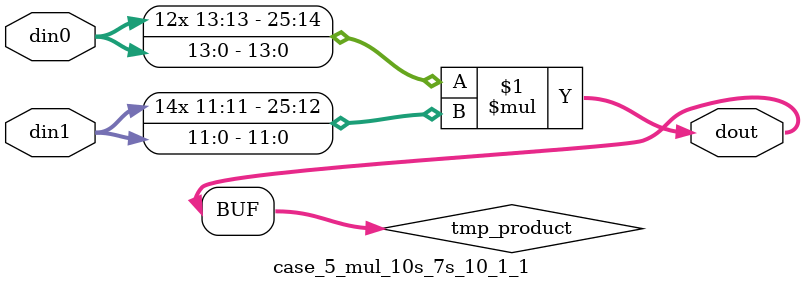
<source format=v>

`timescale 1 ns / 1 ps

 module case_5_mul_10s_7s_10_1_1(din0, din1, dout);
parameter ID = 1;
parameter NUM_STAGE = 0;
parameter din0_WIDTH = 14;
parameter din1_WIDTH = 12;
parameter dout_WIDTH = 26;

input [din0_WIDTH - 1 : 0] din0; 
input [din1_WIDTH - 1 : 0] din1; 
output [dout_WIDTH - 1 : 0] dout;

wire signed [dout_WIDTH - 1 : 0] tmp_product;



























assign tmp_product = $signed(din0) * $signed(din1);








assign dout = tmp_product;





















endmodule

</source>
